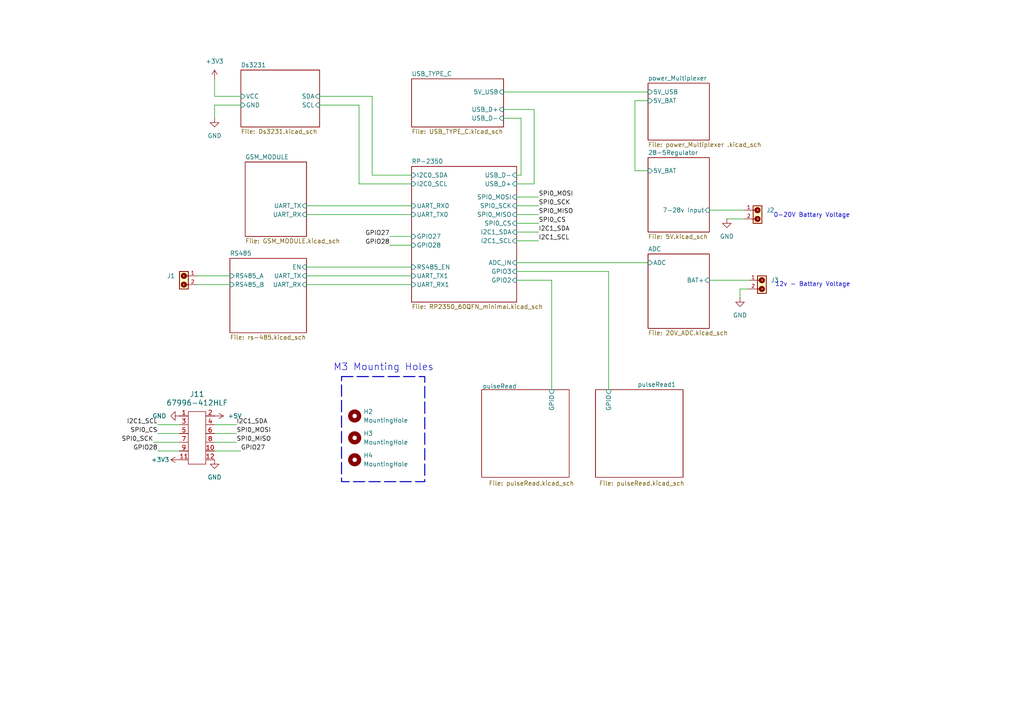
<source format=kicad_sch>
(kicad_sch (version 20231120) (generator "eeschema") (generator_version "8.0")
  (paper "A4")
  (lib_symbols
    (symbol "691322310002:691322310002" (pin_names (offset 1.016))
      (property "Reference" "J" (at -4.99 -1.205 0))
      (symbol "691322310002_0_0"
        (rectangle (start -3.81 -2.54) (end 1.27 0) (stroke (width 0.254)) (fill (type background)))
        (circle (center -2.54 -1.27) (radius 0.254) (stroke (width 0.635)))
        (circle (center 0 -1.27) (radius 0.254) (stroke (width 0.635)))
        (polyline (pts (xy -2.54 -1.27) (xy -2.54 -2.54)) (stroke (width 0.254)))
        (polyline (pts (xy 0 -1.27) (xy 0 -2.54)) (stroke (width 0.254)))
        (pin passive line (at -2.54 -5.08 90) (length 2.54) (name "~") (number "1"))
        (pin passive line (at 0 -5.08 90) (length 2.54) (name "~") (number "2"))
      )
    )
    (symbol "Mechanical:MountingHole" (pin_names (offset 1.016)) (exclude_from_sim yes) (in_bom no)
      (property "Reference" "H" (at 0 5.08 0))
      (property "Value" "MountingHole" (at 0 3.175 0))
      (symbol "MountingHole_0_1"
        (circle (center 0 0) (radius 1.27) (stroke (width 1.27)))
      )
    )
    (symbol "dk_Rectangular-Connectors-Headers-Male-Pins:67996-412HLF" (pin_names (offset 1.016))
      (property "Reference" "J" (at 0 7.62 0))
      (property "Value" "67996-412HLF" (at 0 10.16 0))
      (symbol "67996-412HLF_0_1"
        (rectangle (start -2.54 6.35) (end 2.54 -8.89))
      )
      (symbol "67996-412HLF_1_1"
        (pin passive line (at -5.08 5.08 0) (length 2.54) (name "~") (number "1"))
        (pin passive line (at 5.08 -5.08 180) (length 2.54) (name "~") (number "10"))
        (pin passive line (at -5.08 -7.62 0) (length 2.54) (name "~") (number "11"))
        (pin passive line (at 5.08 -7.62 180) (length 2.54) (name "~") (number "12"))
        (pin passive line (at 5.08 5.08 180) (length 2.54) (name "~") (number "2"))
        (pin passive line (at -5.08 2.54 0) (length 2.54) (name "~") (number "3"))
        (pin passive line (at 5.08 2.54 180) (length 2.54) (name "~") (number "4"))
        (pin passive line (at -5.08 0 0) (length 2.54) (name "~") (number "5"))
        (pin passive line (at 5.08 0 180) (length 2.54) (name "~") (number "6"))
        (pin passive line (at -5.08 -2.54 0) (length 2.54) (name "~") (number "7"))
        (pin passive line (at 5.08 -2.54 180) (length 2.54) (name "~") (number "8"))
        (pin passive line (at -5.08 -5.08 0) (length 2.54) (name "~") (number "9"))
      )
    )
    (symbol "power:+3V3" (power) (pin_numbers hide) (pin_names (offset 0) hide)
      (property "Value" "+3V3" (at 0 3.556 0))
      (symbol "+3V3_0_1"
        (polyline (pts (xy -0.762 1.27) (xy 0 2.54)))
        (polyline (pts (xy 0 0) (xy 0 2.54)))
        (polyline (pts (xy 0 2.54) (xy 0.762 1.27)))
      )
      (symbol "+3V3_1_1"
        (pin power_in line (at 0 0 90) (length 0) (name "~") (number "1"))
      )
    )
    (symbol "power:+5V" (power) (pin_numbers hide) (pin_names (offset 0) hide)
      (property "Value" "+5V" (at 0 3.556 0))
      (symbol "+5V_0_1"
        (polyline (pts (xy -0.762 1.27) (xy 0 2.54)))
        (polyline (pts (xy 0 0) (xy 0 2.54)))
        (polyline (pts (xy 0 2.54) (xy 0.762 1.27)))
      )
      (symbol "+5V_1_1"
        (pin power_in line (at 0 0 90) (length 0) (name "~") (number "1"))
      )
    )
    (symbol "power:GND" (power) (pin_numbers hide) (pin_names (offset 0) hide)
      (property "Value" "GND" (at 0 -3.81 0))
      (symbol "GND_0_1"
        (polyline (pts (xy 0 0) (xy 0 -1.27) (xy 1.27 -1.27) (xy 0 -2.54) (xy -1.27 -1.27) (xy 0 -1.27)))
      )
      (symbol "GND_1_1"
        (pin power_in line (at 0 0 270) (length 0) (name "~") (number "1"))
      )
    )
  )
  (wire (pts (xy 149.86 67.31) (xy 156.21 67.31)))
  (wire (pts (xy 146.05 26.67) (xy 187.96 26.67)))
  (wire (pts (xy 57.15 82.55) (xy 66.675 82.55)))
  (wire (pts (xy 149.86 69.85) (xy 156.21 69.85)))
  (wire (pts (xy 151.13 50.8) (xy 151.13 34.29)))
  (wire (pts (xy 52.07 128.27) (xy 44.45 128.27)))
  (wire (pts (xy 149.86 57.15) (xy 156.21 57.15)))
  (wire (pts (xy 119.38 71.12) (xy 113.03 71.12)))
  (wire (pts (xy 217.17 83.82) (xy 214.63 83.82)))
  (wire (pts (xy 205.74 60.96) (xy 215.9 60.96)))
  (wire (pts (xy 62.23 125.73) (xy 68.58 125.73)))
  (wire (pts (xy 52.07 130.81) (xy 45.72 130.81)))
  (wire (pts (xy 104.14 53.34) (xy 119.38 53.34)))
  (wire (pts (xy 151.13 34.29) (xy 146.05 34.29)))
  (wire (pts (xy 45.72 125.73) (xy 52.07 125.73)))
  (wire (pts (xy 176.53 78.74) (xy 176.53 113.03)))
  (wire (pts (xy 62.23 130.81) (xy 69.85 130.81)))
  (wire (pts (xy 154.94 31.75) (xy 146.05 31.75)))
  (wire (pts (xy 149.86 50.8) (xy 151.13 50.8)))
  (wire (pts (xy 205.74 81.28) (xy 217.17 81.28)))
  (wire (pts (xy 214.63 83.82) (xy 214.63 86.36)))
  (wire (pts (xy 62.23 123.19) (xy 68.58 123.19)))
  (wire (pts (xy 45.72 123.19) (xy 52.07 123.19)))
  (wire (pts (xy 149.86 53.34) (xy 154.94 53.34)))
  (wire (pts (xy 154.94 53.34) (xy 154.94 31.75)))
  (wire (pts (xy 160.02 81.28) (xy 160.02 113.03)))
  (wire (pts (xy 88.9 62.23) (xy 119.38 62.23)))
  (wire (pts (xy 62.23 30.48) (xy 69.85 30.48)))
  (wire (pts (xy 62.23 128.27) (xy 68.58 128.27)))
  (wire (pts (xy 88.9 59.69) (xy 119.38 59.69)))
  (wire (pts (xy 149.86 62.23) (xy 156.21 62.23)))
  (wire (pts (xy 88.9 77.47) (xy 119.38 77.47)))
  (wire (pts (xy 88.9 82.55) (xy 119.38 82.55)))
  (wire (pts (xy 149.86 59.69) (xy 156.21 59.69)))
  (wire (pts (xy 62.23 27.94) (xy 69.85 27.94)))
  (wire (pts (xy 62.23 34.29) (xy 62.23 30.48)))
  (wire (pts (xy 92.71 30.48) (xy 104.14 30.48)))
  (wire (pts (xy 149.86 64.77) (xy 156.21 64.77)))
  (wire (pts (xy 62.23 22.86) (xy 62.23 27.94)))
  (wire (pts (xy 176.53 78.74) (xy 149.86 78.74)))
  (wire (pts (xy 184.15 29.21) (xy 187.96 29.21)))
  (wire (pts (xy 187.96 49.53) (xy 184.15 49.53)))
  (wire (pts (xy 107.95 27.94) (xy 107.95 50.8)))
  (wire (pts (xy 149.86 76.2) (xy 187.96 76.2)))
  (wire (pts (xy 160.02 81.28) (xy 149.86 81.28)))
  (wire (pts (xy 107.95 50.8) (xy 119.38 50.8)))
  (wire (pts (xy 104.14 30.48) (xy 104.14 53.34)))
  (wire (pts (xy 57.15 80.01) (xy 66.675 80.01)))
  (wire (pts (xy 119.38 68.58) (xy 113.03 68.58)))
  (wire (pts (xy 210.82 63.5) (xy 215.9 63.5)))
  (wire (pts (xy 184.15 49.53) (xy 184.15 29.21)))
  (wire (pts (xy 92.71 27.94) (xy 107.95 27.94)))
  (wire (pts (xy 88.9 80.01) (xy 119.38 80.01)))
  (rectangle (start 99.06 109.22) (end 123.19 139.7) (stroke (width 0.3) (type dash)))
  (text "M3 Mounting Holes\n\n" (at 111.252 108.204 0) (effects (font (size 2 2))))
  (text "0-20V Battary Voltage\n" (at 235.458 62.484 0) (effects (font (size 1.27 1.27))))
  (text "12v - Battary Voltage\n" (at 235.712 82.55 0) (effects (font (size 1.27 1.27))))
  (label "GPIO27" (at 113.03 68.58 180))
  (label "SPI0_CS" (at 45.72 125.73 180))
  (label "SPI0_MOSI" (at 156.21 57.15 0))
  (label "SPI0_MOSI" (at 68.58 125.73 0))
  (label "SPI0_CS" (at 156.21 64.77 0))
  (label "GPIO28" (at 113.03 71.12 180))
  (label "I2C1_SDA" (at 156.21 67.31 0))
  (label "SPI0_SCK" (at 44.45 128.27 180))
  (label "GPIO27" (at 69.85 130.81 0))
  (label "I2C1_SDA" (at 68.58 123.19 0))
  (label "GPIO28" (at 45.72 130.81 180))
  (label "I2C1_SCL" (at 156.21 69.85 0))
  (label "I2C1_SCL" (at 45.72 123.19 180))
  (label "SPI0_MISO" (at 68.58 128.27 0))
  (label "SPI0_MISO" (at 156.21 62.23 0))
  (label "SPI0_SCK" (at 156.21 59.69 0))
  (symbol (lib_id "power:GND") (at 210.82 63.5 0) (unit 1)
    (property "Reference" "#PWR03" (effects (hide yes)))
    (property "Value" "GND" (at 210.82 68.58 0))
    (property "Description" "Power symbol creates a global label with name \"GND\" , ground" (effects (hide yes)))
  )
  (symbol (lib_id "691322310002:691322310002") (at 220.98 63.5 270) (unit 1)
    (property "Reference" "J2" (at 222.25 60.9599 90) (effects (justify left)))
    (property "Value" "691322310002" (effects (hide yes)))
    (property "Footprint" "mergened_footprints:691322310002" (effects (hide yes)))
    (property "MOUNT" "THT" (effects (hide yes)))
    (property "IR-VDE" "10.5A" (effects (hide yes)))
    (property "IR-UL" "10A" (effects (hide yes)))
    (property "VALUE" "691322310002" (effects (hide yes)))
    (property "WORKING-VOLTAGE-UL" "300V (AC)" (effects (hide yes)))
    (property "PART-NUMBER" "691322310002" (effects (hide yes)))
    (property "DATASHEET-URL" "https://www.we-online.com/redexpert/spec/691322310002?ae" (effects (hide yes)))
    (property "PITCH" "3.81mm" (effects (hide yes)))
    (property "PINS" "2" (effects (hide yes)))
    (property "WORKING-VOLTAGE-VDE" "300V (AC)" (effects (hide yes)))
    (property "TYPE" "Horizontal" (effects (hide yes)))
    (property "digiKey" "080-1603-2-ND" (effects (hide yes)))
    (property "DigiKey" "  732-2088-ND" (effects (hide yes)))
  )
  (symbol (lib_id "691322310002:691322310002") (at 222.25 83.82 270) (unit 1)
    (property "Reference" "J3" (at 223.52 81.2799 90) (effects (justify left)))
    (property "Value" "691322310002" (effects (hide yes)))
    (property "Footprint" "mergened_footprints:691322310002" (effects (hide yes)))
    (property "MOUNT" "THT" (effects (hide yes)))
    (property "IR-VDE" "10.5A" (effects (hide yes)))
    (property "IR-UL" "10A" (effects (hide yes)))
    (property "VALUE" "691322310002" (effects (hide yes)))
    (property "WORKING-VOLTAGE-UL" "300V (AC)" (effects (hide yes)))
    (property "PART-NUMBER" "691322310002" (effects (hide yes)))
    (property "DATASHEET-URL" "https://www.we-online.com/redexpert/spec/691322310002?ae" (effects (hide yes)))
    (property "PITCH" "3.81mm" (effects (hide yes)))
    (property "PINS" "2" (effects (hide yes)))
    (property "WORKING-VOLTAGE-VDE" "300V (AC)" (effects (hide yes)))
    (property "TYPE" "Horizontal" (effects (hide yes)))
    (property "digiKey" "080-1603-2-ND" (effects (hide yes)))
    (property "DigiKey" "  732-2088-ND" (effects (hide yes)))
  )
  (symbol (lib_id "dk_Rectangular-Connectors-Headers-Male-Pins:67996-412HLF") (at 57.15 125.73 0) (unit 1)
    (property "Reference" "J11" (at 57.15 114.3 0) (effects (font (size 1.524 1.524))))
    (property "Value" "67996-412HLF" (at 57.15 116.84 0) (effects (font (size 1.524 1.524))))
    (property "Footprint" "digikey-footprints:PinHeader_6x2_P2.54mm_Vertical" (effects (hide yes)))
    (property "Datasheet" "https://cdn.amphenol-icc.com/media/wysiwyg/files/drawing/67996.pdf" (effects (hide yes)))
    (property "Description" "CONN HEADER VERT 12POS 2.54MM" (effects (hide yes)))
    (property "Digi-Key_PN" "609-3219-ND" (effects (hide yes)))
    (property "MPN" "67996-412HLF" (effects (hide yes)))
    (property "Category" "Connectors, Interconnects" (effects (hide yes)))
    (property "Family" "Rectangular Connectors - Headers, Male Pins" (effects (hide yes)))
    (property "DK_Datasheet_Link" "https://cdn.amphenol-icc.com/media/wysiwyg/files/drawing/67996.pdf" (effects (hide yes)))
    (property "DK_Detail_Page" "/product-detail/en/amphenol-icc-fci/67996-412HLF/609-3219-ND/1878508" (effects (hide yes)))
    (property "Description_1" "CONN HEADER VERT 12POS 2.54MM" (effects (hide yes)))
    (property "Manufacturer" "Amphenol ICC (FCI)" (effects (hide yes)))
    (property "Status" "Active" (effects (hide yes)))
  )
  (symbol (lib_id "691322310002:691322310002") (at 52.07 82.55 90) (mirror x) (unit 1)
    (property "Reference" "J1" (at 50.8 80.0099 90) (effects (justify left)))
    (property "Value" "691322310002" (effects (hide yes)))
    (property "Footprint" "mergened_footprints:691322310002" (effects (hide yes)))
    (property "MOUNT" "THT" (effects (hide yes)))
    (property "IR-VDE" "10.5A" (effects (hide yes)))
    (property "IR-UL" "10A" (effects (hide yes)))
    (property "VALUE" "691322310002" (effects (hide yes)))
    (property "WORKING-VOLTAGE-UL" "300V (AC)" (effects (hide yes)))
    (property "PART-NUMBER" "691322310002" (effects (hide yes)))
    (property "DATASHEET-URL" "https://www.we-online.com/redexpert/spec/691322310002?ae" (effects (hide yes)))
    (property "PITCH" "3.81mm" (effects (hide yes)))
    (property "PINS" "2" (effects (hide yes)))
    (property "WORKING-VOLTAGE-VDE" "300V (AC)" (effects (hide yes)))
    (property "TYPE" "Horizontal" (effects (hide yes)))
    (property "DigiKey" "  732-2088-ND" (effects (hide yes)))
  )
  (symbol (lib_id "power:+3V3") (at 52.07 133.35 90) (unit 1)
    (property "Reference" "#PWR077" (effects (hide yes)))
    (property "Value" "+3V3" (at 46.482 133.35 90))
  )
  (symbol (lib_id "power:GND") (at 52.07 120.65 270) (unit 1)
    (property "Reference" "#PWR079" (effects (hide yes)))
    (property "Value" "GND" (at 48.26 120.6499 90) (effects (justify right)))
    (property "Description" "Power symbol creates a global label with name \"GND\" , ground" (effects (hide yes)))
  )
  (symbol (lib_id "power:+5V") (at 62.23 120.65 270) (unit 1)
    (property "Reference" "#PWR076" (effects (hide yes)))
    (property "Value" "+5V" (at 66.04 120.6499 90) (effects (justify left)))
    (property "Description" "Power symbol creates a global label with name \"+5V\"" (effects (hide yes)))
  )
  (symbol (lib_id "Mechanical:MountingHole") (at 102.87 120.65 0) (unit 1) (exclude_from_sim yes) (in_bom no)
    (property "Reference" "H2" (at 105.41 119.3799 0) (effects (justify left)))
    (property "Value" "MountingHole" (at 105.41 121.9199 0) (effects (justify left)))
    (property "Footprint" "MountingHole:MountingHole_3.2mm_M3_DIN965_Pad" (effects (hide yes)))
    (property "Description" "Mounting Hole without connection" (effects (hide yes)))
  )
  (symbol (lib_id "power:GND") (at 62.23 133.35 0) (unit 1)
    (property "Reference" "#PWR078" (effects (hide yes)))
    (property "Value" "GND" (at 62.23 138.43 0))
    (property "Description" "Power symbol creates a global label with name \"GND\" , ground" (effects (hide yes)))
  )
  (symbol (lib_id "Mechanical:MountingHole") (at 102.87 133.35 0) (unit 1) (exclude_from_sim yes) (in_bom no)
    (property "Reference" "H4" (at 105.41 132.0799 0) (effects (justify left)))
    (property "Value" "MountingHole" (at 105.41 134.6199 0) (effects (justify left)))
    (property "Footprint" "MountingHole:MountingHole_3.2mm_M3_DIN965_Pad" (effects (hide yes)))
    (property "Description" "Mounting Hole without connection" (effects (hide yes)))
  )
  (symbol (lib_id "Mechanical:MountingHole") (at 102.87 127 0) (unit 1) (exclude_from_sim yes) (in_bom no)
    (property "Reference" "H3" (at 105.41 125.7299 0) (effects (justify left)))
    (property "Value" "MountingHole" (at 105.41 128.2699 0) (effects (justify left)))
    (property "Footprint" "MountingHole:MountingHole_3.2mm_M3_DIN965_Pad" (effects (hide yes)))
    (property "Description" "Mounting Hole without connection" (effects (hide yes)))
  )
  (symbol (lib_id "power:GND") (at 62.23 34.29 0) (unit 1)
    (property "Reference" "#PWR02" (effects (hide yes)))
    (property "Value" "GND" (at 62.23 39.37 0))
    (property "Description" "Power symbol creates a global label with name \"GND\" , ground" (effects (hide yes)))
  )
  (symbol (lib_id "power:+3V3") (at 62.23 22.86 0) (unit 1)
    (property "Reference" "#PWR01" (effects (hide yes)))
    (property "Value" "+3V3" (at 62.23 17.78 0))
    (property "Description" "Power symbol creates a global label with name \"+3V3\"" (effects (hide yes)))
  )
  (symbol (lib_id "power:GND") (at 214.63 86.36 0) (unit 1)
    (property "Reference" "#PWR04" (effects (hide yes)))
    (property "Value" "GND" (at 214.63 91.44 0))
    (property "Description" "Power symbol creates a global label with name \"GND\" , ground" (effects (hide yes)))
  )
  (sheet (at 119.38 22.86) (size 26.67 13.97) (stroke (width 0.1524))
    (property "Sheetname" "USB_TYPE_C" (at 119.38 22.1484 0) (effects (justify left bottom)))
    (property "Sheetfile" "USB_TYPE_C.kicad_sch" (at 119.38 37.4146 0) (effects (justify left top)))
    (pin "5V_USB" input (at 146.05 26.67 0))
    (pin "USB_D+" input (at 146.05 31.75 0))
    (pin "USB_D-" input (at 146.05 34.29 0))
  )
  (sheet (at 66.675 74.93) (size 22.225 21.59) (stroke (width 0.1524))
    (property "Sheetname" "RS485" (at 66.675 74.2184 0) (effects (justify left bottom)))
    (property "Sheetfile" "rs-485.kicad_sch" (at 66.675 97.1046 0) (effects (justify left top)))
    (pin "UART_RX" input (at 88.9 82.55 0))
    (pin "EN" input (at 88.9 77.47 0))
    (pin "UART_TX" input (at 88.9 80.01 0))
    (pin "RS485_B" input (at 66.675 82.55 180))
    (pin "RS485_A" input (at 66.675 80.01 180))
  )
  (sheet (at 71.12 46.99) (size 17.78 21.59) (stroke (width 0.1524))
    (property "Sheetname" "GSM_MODULE" (at 71.12 46.2784 0) (effects (justify left bottom)))
    (property "Sheetfile" "GSM_MODULE.kicad_sch" (at 71.12 69.1646 0) (effects (justify left top)))
    (pin "UART_RX" input (at 88.9 62.23 0))
    (pin "UART_TX" input (at 88.9 59.69 0))
  )
  (sheet (at 119.38 48.26) (size 30.48 39.37) (stroke (width 0.1524))
    (property "Sheetname" "RP-2350" (at 119.38 47.5484 0) (effects (justify left bottom)))
    (property "Sheetfile" "RP2350_60QFN_minimal.kicad_sch" (at 119.38 88.2146 0) (effects (justify left top)))
    (pin "UART_RX0" input (at 119.38 59.69 180))
    (pin "UART_TX0" input (at 119.38 62.23 180))
    (pin "ADC_IN" input (at 149.86 76.2 0))
    (pin "UART_TX1" input (at 119.38 80.01 180))
    (pin "UART_RX1" input (at 119.38 82.55 180))
    (pin "GPIO2" input (at 149.86 81.28 0))
    (pin "RS485_EN" input (at 119.38 77.47 180))
    (pin "USB_D+" input (at 149.86 53.34 0))
    (pin "USB_D-" input (at 149.86 50.8 0))
    (pin "I2C0_SDA" input (at 119.38 50.8 180))
    (pin "I2C0_SCL" input (at 119.38 53.34 180))
    (pin "GPIO3" input (at 149.86 78.74 0))
    (pin "SPI0_MOSI" input (at 149.86 57.15 0))
    (pin "SPI0_SCK" input (at 149.86 59.69 0))
    (pin "SPI0_CS" input (at 149.86 64.77 0))
    (pin "I2C1_SDA" input (at 149.86 67.31 0))
    (pin "I2C1_SCL" input (at 149.86 69.85 0))
    (pin "SPI0_MISO" input (at 149.86 62.23 0))
    (pin "GPIO27" input (at 119.38 68.58 180))
    (pin "GPIO28" input (at 119.38 71.12 180))
  )
  (sheet (at 187.96 24.13) (size 17.78 16.51) (stroke (width 0.1524))
    (property "Sheetname" "power_Multiplexer" (at 187.96 23.4184 0) (effects (justify left bottom)))
    (property "Sheetfile" "power_Multiplexer .kicad_sch" (at 187.96 41.2246 0) (effects (justify left top)))
    (pin "5V_USB" input (at 187.96 26.67 180))
    (pin "5V_BAT" input (at 187.96 29.21 180))
  )
  (sheet (at 69.85 20.32) (size 22.86 16.51) (stroke (width 0.1524))
    (property "Sheetname" "Ds3231" (at 69.85 19.6084 0) (effects (justify left bottom)))
    (property "Sheetfile" "Ds3231.kicad_sch" (at 69.85 37.4146 0) (effects (justify left top)))
    (pin "VCC" input (at 69.85 27.94 180))
    (pin "SDA" input (at 92.71 27.94 0))
    (pin "SCL" input (at 92.71 30.48 0))
    (pin "GND" input (at 69.85 30.48 180))
  )
  (sheet (at 139.7 113.03) (size 25.4 25.4) (stroke (width 0.1524))
    (property "Sheetname" "pulseRead" (at 139.954 112.776 0) (effects (justify left bottom)))
    (property "Sheetfile" "pulseRead.kicad_sch" (at 141.732 139.446 0) (effects (justify left top)))
    (pin "GPIO" input (at 160.02 113.03 90))
  )
  (sheet (at 187.96 45.72) (size 17.78 21.59) (stroke (width 0.1524))
    (property "Sheetname" "28-5Regulator" (at 187.96 45.0084 0) (effects (justify left bottom)))
    (property "Sheetfile" "5V.kicad_sch" (at 187.96 67.8946 0) (effects (justify left top)))
    (pin "7-28v Input" input (at 205.74 60.96 0))
    (pin "5V_BAT" input (at 187.96 49.53 180))
  )
  (sheet (at 187.96 73.66) (size 17.78 21.59) (stroke (width 0.1524))
    (property "Sheetname" "ADC" (at 187.96 72.9484 0) (effects (justify left bottom)))
    (property "Sheetfile" "20V_ADC.kicad_sch" (at 187.96 95.8346 0) (effects (justify left top)))
    (pin "ADC" input (at 187.96 76.2 180))
    (pin "BAT+" input (at 205.74 81.28 0))
  )
  (sheet (at 172.72 113.03) (size 25.4 25.4) (stroke (width 0.1524))
    (property "Sheetname" "pulseRead1" (at 184.912 112.268 0) (effects (justify left bottom)))
    (property "Sheetfile" "pulseRead.kicad_sch" (at 173.736 139.446 0) (effects (justify left top)))
    (pin "GPIO" input (at 176.53 113.03 90))
  )
)
</source>
